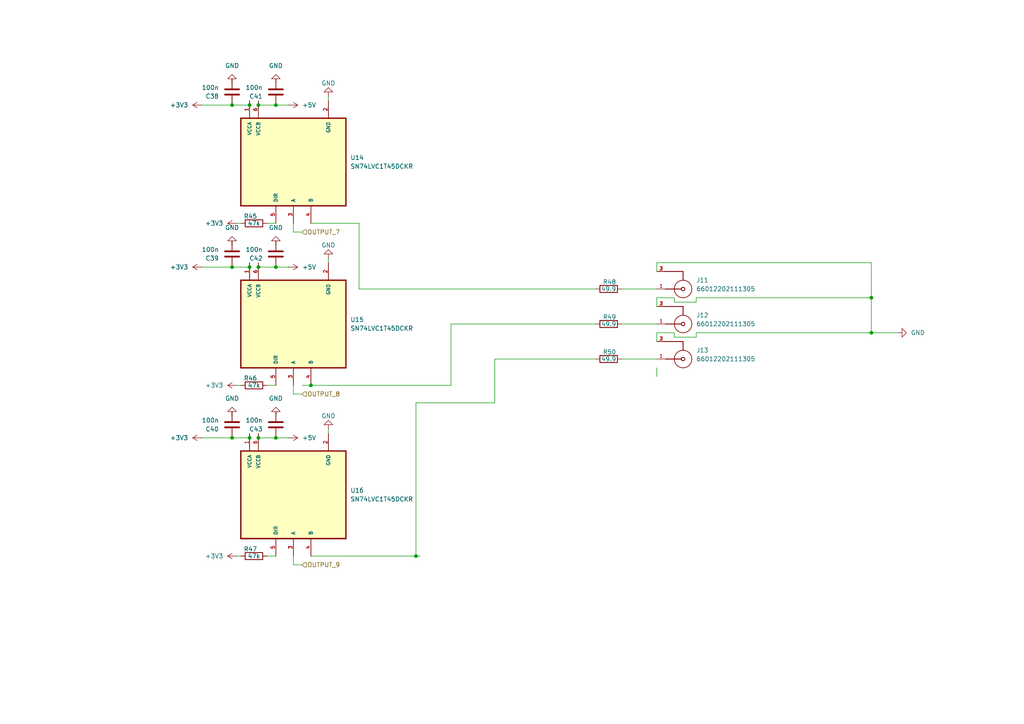
<source format=kicad_sch>
(kicad_sch (version 20250114) (generator "eeschema") (generator_version "9.0")
  (paper "A4")
  (title_block (title "OpenSync Output Ports 7 to 9") (date "2025-11-18") (rev "0.1") (company "OpenPIV Consortium"))
  (lib_symbols
    (symbol "66012202111305:66012202111305" (pin_names (offset 1.016))
      (property "Reference" "J" (at 0 3.54 0))
      (property "Value" "66012202111305" (at -5.08 -8.08 0))
      (symbol "66012202111305_0_0"
        (circle (center 0 0) (radius 0.5) (stroke (width 0.254)))
        (circle (center 0 0) (radius 2.54) (stroke (width 0.2)))
        (polyline (pts (xy 0 -2.54) (xy 0 -5.08)) (stroke (width 0.254)))
        (polyline (pts (xy 0 -5.08) (xy 5.08 -5.08)) (stroke (width 0.254)))
        (polyline (pts (xy 5.08 0) (xy 0.54 0)) (stroke (width 0.254)))
        (pin passive line (at 7.62 0 180) (length 2.54) (name "~") (number "1"))
        (pin passive line (at 7.62 -5.08 180) (length 2.54) (name "~") (number "2"))
        (pin passive line (at 7.62 -5.08 180) (length 2.54) (name "~") (number "3"))
      )
    )
    (symbol "Device:C" (pin_numbers (hide yes)) (pin_names (offset 0.254))
      (property "Reference" "C" (at 0.635 2.54 0))
      (property "Value" "C" (at 0.635 -2.54 0))
      (symbol "C_0_1"
        (polyline (pts (xy -2.032 0.762) (xy 2.032 0.762)) (stroke (width 0.508)))
        (polyline (pts (xy -2.032 -0.762) (xy 2.032 -0.762)) (stroke (width 0.508)))
      )
      (symbol "C_1_1"
        (pin passive line (at 0 3.81 270) (length 2.794) (name "~") (number "1"))
        (pin passive line (at 0 -3.81 90) (length 2.794) (name "~") (number "2"))
      )
    )
    (symbol "Device:R" (pin_numbers (hide yes)) (pin_names (offset 0))
      (property "Reference" "R" (at 2.032 0 90))
      (property "Value" "R" (at 0 0 90))
      (symbol "R_0_1"
        (rectangle (start -1.016 -2.54) (end 1.016 2.54) (stroke (width 0.254)))
      )
      (symbol "R_1_1"
        (pin passive line (at 0 3.81 270) (length 1.27) (name "~") (number "1"))
        (pin passive line (at 0 -3.81 90) (length 1.27) (name "~") (number "2"))
      )
    )
    (symbol "SN74LVC1T45DCKR:SN74LVC1T45DCKR" (pin_names (offset 1.016))
      (property "Reference" "U" (at -12.7 16.24 0))
      (property "Value" "SN74LVC1T45DCKR" (at -12.7 -19.24 0))
      (symbol "SN74LVC1T45DCKR_0_0"
        (rectangle (start -12.7 -15.24) (end 12.7 15.24) (stroke (width 0.41)) (fill (type background)))
        (pin input line (at -17.78 5.08 0) (length 5.08) (name "DIR") (number "5"))
        (pin bidirectional line (at -17.78 0 0) (length 5.08) (name "A") (number "3"))
        (pin bidirectional line (at -17.78 -5.08 0) (length 5.08) (name "B") (number "4"))
        (pin power_in line (at 17.78 12.7 180) (length 5.08) (name "VCCA") (number "1"))
        (pin power_in line (at 17.78 10.16 180) (length 5.08) (name "VCCB") (number "6"))
        (pin power_in line (at 17.78 -10.16 180) (length 5.08) (name "GND") (number "2"))
      )
    )
    (symbol "power:+3V3" (power) (pin_numbers (hide yes)) (pin_names (offset 0) (hide yes))
      (property "Value" "+3V3" (at 0 3.556 0))
      (symbol "+3V3_0_1"
        (polyline (pts (xy -0.762 1.27) (xy 0 2.54)))
        (polyline (pts (xy 0 2.54) (xy 0.762 1.27)))
        (polyline (pts (xy 0 0) (xy 0 2.54)))
      )
      (symbol "+3V3_1_1"
        (pin power_in line (at 0 0 90) (length 0) (name "~") (number "1"))
      )
    )
    (symbol "power:+5V" (power) (pin_numbers (hide yes)) (pin_names (offset 0) (hide yes))
      (property "Value" "+5V" (at 0 3.556 0))
      (symbol "+5V_0_1"
        (polyline (pts (xy -0.762 1.27) (xy 0 2.54)))
        (polyline (pts (xy 0 2.54) (xy 0.762 1.27)))
        (polyline (pts (xy 0 0) (xy 0 2.54)))
      )
      (symbol "+5V_1_1"
        (pin power_in line (at 0 0 90) (length 0) (name "~") (number "1"))
      )
    )
    (symbol "power:GND" (power) (pin_numbers (hide yes)) (pin_names (offset 0) (hide yes))
      (property "Value" "GND" (at 0 -3.81 0))
      (symbol "GND_0_1"
        (polyline (pts (xy 0 0) (xy 0 -1.27) (xy 1.27 -1.27) (xy 0 -2.54) (xy -1.27 -1.27) (xy 0 -1.27)))
      )
      (symbol "GND_1_1"
        (pin power_in line (at 0 0 270) (length 0) (name "~") (number "1"))
      )
    )
  )
  (junction (at 72.39 127))
  (junction (at 80.01 127))
  (junction (at 74.93 30.48))
  (junction (at 67.31 127))
  (junction (at 74.93 77.47))
  (junction (at 252.73 96.52))
  (junction (at 80.01 77.47))
  (junction (at 252.73 86.36))
  (junction (at 90.17 111.76))
  (junction (at 72.39 77.47))
  (junction (at 67.31 30.48))
  (junction (at 72.39 30.48))
  (junction (at 67.31 77.47))
  (junction (at 80.01 30.48))
  (junction (at 74.93 127))
  (junction (at 120.65 161.29))
  (wire (pts (xy 77.47 111.76) (xy 80.01 111.76)))
  (wire (pts (xy 190.5 99.06) (xy 190.5 96.52)))
  (wire (pts (xy 252.73 96.52) (xy 260.35 96.52)))
  (wire (pts (xy 195.58 86.36) (xy 195.58 87.63)))
  (wire (pts (xy 72.39 80.01) (xy 72.39 77.47)))
  (wire (pts (xy 74.93 77.47) (xy 74.93 76.2)))
  (wire (pts (xy 85.09 163.83) (xy 87.63 163.83)))
  (wire (pts (xy 74.93 77.47) (xy 80.01 77.47)))
  (wire (pts (xy 58.42 127) (xy 67.31 127)))
  (wire (pts (xy 80.01 120.65) (xy 80.01 119.38)))
  (wire (pts (xy 58.42 30.48) (xy 67.31 30.48)))
  (wire (pts (xy 130.81 93.98) (xy 172.72 93.98)))
  (wire (pts (xy 74.93 127) (xy 74.93 125.73)))
  (wire (pts (xy 72.39 129.54) (xy 72.39 127)))
  (wire (pts (xy 67.31 71.12) (xy 67.31 69.85)))
  (wire (pts (xy 120.65 161.29) (xy 121.92 161.29)))
  (wire (pts (xy 90.17 161.29) (xy 120.65 161.29)))
  (wire (pts (xy 67.31 127) (xy 72.39 127)))
  (wire (pts (xy 85.09 161.29) (xy 85.09 163.83)))
  (wire (pts (xy 80.01 24.13) (xy 80.01 22.86)))
  (wire (pts (xy 201.93 96.52) (xy 252.73 96.52)))
  (wire (pts (xy 67.31 30.48) (xy 72.39 30.48)))
  (wire (pts (xy 180.34 83.82) (xy 190.5 83.82)))
  (wire (pts (xy 74.93 80.01) (xy 74.93 77.47)))
  (wire (pts (xy 85.09 114.3) (xy 87.63 114.3)))
  (wire (pts (xy 80.01 127) (xy 83.82 127)))
  (wire (pts (xy 120.65 161.29) (xy 120.65 116.84)))
  (wire (pts (xy 68.58 111.76) (xy 69.85 111.76)))
  (wire (pts (xy 90.17 111.76) (xy 130.81 111.76)))
  (wire (pts (xy 201.93 87.63) (xy 201.93 86.36)))
  (wire (pts (xy 74.93 129.54) (xy 74.93 127)))
  (wire (pts (xy 67.31 77.47) (xy 72.39 77.47)))
  (wire (pts (xy 68.58 161.29) (xy 69.85 161.29)))
  (wire (pts (xy 72.39 33.02) (xy 72.39 30.48)))
  (wire (pts (xy 190.5 109.22) (xy 190.5 106.68)))
  (wire (pts (xy 130.81 111.76) (xy 130.81 93.98)))
  (wire (pts (xy 74.93 30.48) (xy 80.01 30.48)))
  (wire (pts (xy 190.5 86.36) (xy 195.58 86.36)))
  (wire (pts (xy 190.5 96.52) (xy 195.58 96.52)))
  (wire (pts (xy 104.14 64.77) (xy 90.17 64.77)))
  (wire (pts (xy 180.34 104.14) (xy 190.5 104.14)))
  (wire (pts (xy 190.5 88.9) (xy 190.5 86.36)))
  (wire (pts (xy 80.01 71.12) (xy 80.01 69.85)))
  (wire (pts (xy 195.58 97.79) (xy 201.93 97.79)))
  (wire (pts (xy 95.25 27.94) (xy 95.25 29.21)))
  (wire (pts (xy 58.42 77.47) (xy 67.31 77.47)))
  (wire (pts (xy 87.63 111.76) (xy 90.17 111.76)))
  (wire (pts (xy 180.34 93.98) (xy 190.5 93.98)))
  (wire (pts (xy 80.01 77.47) (xy 83.82 77.47)))
  (wire (pts (xy 143.51 104.14) (xy 172.72 104.14)))
  (wire (pts (xy 72.39 77.47) (xy 72.39 76.2)))
  (wire (pts (xy 252.73 76.2) (xy 252.73 86.36)))
  (wire (pts (xy 104.14 83.82) (xy 172.72 83.82)))
  (wire (pts (xy 74.93 33.02) (xy 74.93 30.48)))
  (wire (pts (xy 77.47 64.77) (xy 80.01 64.77)))
  (wire (pts (xy 85.09 111.76) (xy 85.09 114.3)))
  (wire (pts (xy 80.01 30.48) (xy 83.82 30.48)))
  (wire (pts (xy 72.39 30.48) (xy 72.39 29.21)))
  (wire (pts (xy 190.5 76.2) (xy 252.73 76.2)))
  (wire (pts (xy 195.58 96.52) (xy 195.58 97.79)))
  (wire (pts (xy 95.25 74.93) (xy 95.25 76.2)))
  (wire (pts (xy 104.14 64.77) (xy 104.14 83.82)))
  (wire (pts (xy 120.65 116.84) (xy 143.51 116.84)))
  (wire (pts (xy 68.58 64.77) (xy 69.85 64.77)))
  (wire (pts (xy 95.25 124.46) (xy 95.25 125.73)))
  (wire (pts (xy 195.58 87.63) (xy 201.93 87.63)))
  (wire (pts (xy 74.93 30.48) (xy 74.93 29.21)))
  (wire (pts (xy 201.93 86.36) (xy 252.73 86.36)))
  (wire (pts (xy 74.93 127) (xy 80.01 127)))
  (wire (pts (xy 252.73 86.36) (xy 252.73 96.52)))
  (wire (pts (xy 72.39 127) (xy 72.39 125.73)))
  (wire (pts (xy 143.51 104.14) (xy 143.51 116.84)))
  (wire (pts (xy 201.93 97.79) (xy 201.93 96.52)))
  (wire (pts (xy 85.09 67.31) (xy 87.63 67.31)))
  (wire (pts (xy 67.31 120.65) (xy 67.31 119.38)))
  (wire (pts (xy 190.5 78.74) (xy 190.5 76.2)))
  (wire (pts (xy 67.31 24.13) (xy 67.31 22.86)))
  (wire (pts (xy 85.09 64.77) (xy 85.09 67.31)))
  (wire (pts (xy 77.47 161.29) (xy 80.01 161.29)))
  (hierarchical_label "OUTPUT_7" (shape input) (at 87.63 67.31 0))
  (hierarchical_label "OUTPUT_8" (shape input) (at 87.63 114.3 0))
  (hierarchical_label "OUTPUT_9" (shape input) (at 87.63 163.83 0))
  (symbol (lib_id "power:+3V3") (at 68.58 111.76 90) (unit 1)
    (property "Reference" "#PWR0107" (effects (hide yes)))
    (property "Value" "+3V3" (at 64.77 111.7599 90) (effects (justify left)))
    (property "Description" "Power symbol creates a global label with name \"+3V3\"" (effects (hide yes)))
  )
  (symbol (lib_id "Device:C") (at 67.31 26.67 180) (unit 1)
    (property "Reference" "C38" (at 63.5 27.9401 0) (effects (justify left)))
    (property "Value" "100n" (at 63.5 25.4001 0) (effects (justify left)))
    (property "Footprint" "RP2350_80QFN_minimal:C_0402_1005Metric_small_pads" (effects (hide yes)))
    (property "Description" "Unpolarized capacitor" (effects (hide yes)))
  )
  (symbol (lib_id "power:+5V") (at 83.82 30.48 270) (unit 1)
    (property "Reference" "#PWR0112" (effects (hide yes)))
    (property "Value" "+5V" (at 87.63 30.4799 90) (effects (justify left)))
    (property "Description" "Power symbol creates a global label with name \"+5V\"" (effects (hide yes)))
  )
  (symbol (lib_id "Device:C") (at 67.31 73.66 180) (unit 1)
    (property "Reference" "C39" (at 63.5 74.9301 0) (effects (justify left)))
    (property "Value" "100n" (at 63.5 72.3901 0) (effects (justify left)))
    (property "Footprint" "RP2350_80QFN_minimal:C_0402_1005Metric_small_pads" (effects (hide yes)))
    (property "Description" "Unpolarized capacitor" (effects (hide yes)))
  )
  (symbol (lib_id "power:GND") (at 80.01 71.12 180) (unit 1)
    (property "Reference" "#PWR0109" (effects (hide yes)))
    (property "Value" "GND" (at 80.01 66.04 0))
    (property "Description" "Power symbol creates a global label with name \"GND\" , ground" (effects (hide yes)))
  )
  (symbol (lib_id "power:+3V3") (at 58.42 30.48 90) (unit 1)
    (property "Reference" "#PWR0100" (effects (hide yes)))
    (property "Value" "+3V3" (at 54.61 30.4799 90) (effects (justify left)))
    (property "Description" "Power symbol creates a global label with name \"+3V3\"" (effects (hide yes)))
  )
  (symbol (lib_id "Device:R") (at 73.66 161.29 90) (unit 1)
    (property "Reference" "R47" (at 72.644 159.258 90))
    (property "Value" "47k" (at 73.66 161.29 90))
    (property "Footprint" "Resistor_SMD:R_0402_1005Metric" (effects (hide yes)))
    (property "Description" "Resistor" (effects (hide yes)))
  )
  (symbol (lib_id "Device:R") (at 176.53 83.82 90) (unit 1)
    (property "Reference" "R48" (at 176.784 81.788 90))
    (property "Value" "49.9" (at 176.53 83.82 90))
    (property "Footprint" "Resistor_SMD:R_0402_1005Metric" (effects (hide yes)))
    (property "Description" "Resistor" (effects (hide yes)))
  )
  (symbol (lib_id "power:GND") (at 80.01 24.13 180) (unit 1)
    (property "Reference" "#PWR0110" (effects (hide yes)))
    (property "Value" "GND" (at 80.01 19.05 0))
    (property "Description" "Power symbol creates a global label with name \"GND\" , ground" (effects (hide yes)))
  )
  (symbol (lib_id "Device:C") (at 80.01 123.19 180) (unit 1)
    (property "Reference" "C43" (at 76.2 124.4601 0) (effects (justify left)))
    (property "Value" "100n" (at 76.2 121.9201 0) (effects (justify left)))
    (property "Footprint" "RP2350_80QFN_minimal:C_0402_1005Metric_small_pads" (effects (hide yes)))
    (property "Description" "Unpolarized capacitor" (effects (hide yes)))
  )
  (symbol (lib_id "power:+3V3") (at 68.58 64.77 90) (unit 1)
    (property "Reference" "#PWR0106" (effects (hide yes)))
    (property "Value" "+3V3" (at 64.77 64.7699 90) (effects (justify left)))
    (property "Description" "Power symbol creates a global label with name \"+3V3\"" (effects (hide yes)))
  )
  (symbol (lib_id "power:GND") (at 260.35 96.52 90) (unit 1)
    (property "Reference" "#PWR0118" (effects (hide yes)))
    (property "Value" "GND" (at 264.16 96.5199 90) (effects (justify right)))
    (property "Description" "Power symbol creates a global label with name \"GND\" , ground" (effects (hide yes)))
  )
  (symbol (lib_id "power:GND") (at 67.31 120.65 180) (unit 1)
    (property "Reference" "#PWR0105" (effects (hide yes)))
    (property "Value" "GND" (at 67.31 115.57 0))
    (property "Description" "Power symbol creates a global label with name \"GND\" , ground" (effects (hide yes)))
  )
  (symbol (lib_id "Device:R") (at 73.66 111.76 90) (unit 1)
    (property "Reference" "R46" (at 72.644 109.728 90))
    (property "Value" "47k" (at 73.66 111.76 90))
    (property "Footprint" "Resistor_SMD:R_0402_1005Metric" (effects (hide yes)))
    (property "Description" "Resistor" (effects (hide yes)))
  )
  (symbol (lib_id "66012202111305:66012202111305") (at 198.12 93.98 180) (unit 1)
    (property "Reference" "J12" (at 201.93 91.4264 0) (effects (justify right)))
    (property "Value" "66012202111305" (at 201.93 93.9664 0) (effects (justify right)))
    (property "Footprint" "66012202111305:66012202111305" (effects (hide yes)))
  )
  (symbol (lib_id "66012202111305:66012202111305") (at 198.12 104.14 180) (unit 1)
    (property "Reference" "J13" (at 201.93 101.5864 0) (effects (justify right)))
    (property "Value" "66012202111305" (at 201.93 104.1264 0) (effects (justify right)))
    (property "Footprint" "66012202111305:66012202111305" (effects (hide yes)))
  )
  (symbol (lib_id "Device:R") (at 176.53 104.14 90) (unit 1)
    (property "Reference" "R50" (at 176.784 102.108 90))
    (property "Value" "49.9" (at 176.53 104.14 90))
    (property "Footprint" "Resistor_SMD:R_0402_1005Metric" (effects (hide yes)))
    (property "Description" "Resistor" (effects (hide yes)))
  )
  (symbol (lib_id "power:+3V3") (at 58.42 127 90) (unit 1)
    (property "Reference" "#PWR0102" (effects (hide yes)))
    (property "Value" "+3V3" (at 54.61 126.9999 90) (effects (justify left)))
    (property "Description" "Power symbol creates a global label with name \"+3V3\"" (effects (hide yes)))
  )
  (symbol (lib_id "Device:R") (at 176.53 93.98 90) (unit 1)
    (property "Reference" "R49" (at 176.784 91.948 90))
    (property "Value" "49.9" (at 176.53 93.98 90))
    (property "Footprint" "Resistor_SMD:R_0402_1005Metric" (effects (hide yes)))
    (property "Description" "Resistor" (effects (hide yes)))
  )
  (symbol (lib_id "66012202111305:66012202111305") (at 198.12 83.82 180) (unit 1)
    (property "Reference" "J11" (at 201.93 81.2664 0) (effects (justify right)))
    (property "Value" "66012202111305" (at 201.93 83.8064 0) (effects (justify right)))
    (property "Footprint" "66012202111305:66012202111305" (effects (hide yes)))
  )
  (symbol (lib_id "power:GND") (at 80.01 120.65 180) (unit 1)
    (property "Reference" "#PWR0111" (effects (hide yes)))
    (property "Value" "GND" (at 80.01 115.57 0))
    (property "Description" "Power symbol creates a global label with name \"GND\" , ground" (effects (hide yes)))
  )
  (symbol (lib_id "Device:C") (at 80.01 26.67 180) (unit 1)
    (property "Reference" "C41" (at 76.2 27.9401 0) (effects (justify left)))
    (property "Value" "100n" (at 76.2 25.4001 0) (effects (justify left)))
    (property "Footprint" "RP2350_80QFN_minimal:C_0402_1005Metric_small_pads" (effects (hide yes)))
    (property "Description" "Unpolarized capacitor" (effects (hide yes)))
  )
  (symbol (lib_id "power:GND") (at 95.25 124.46 180) (unit 1)
    (property "Reference" "#PWR0117" (effects (hide yes)))
    (property "Value" "GND" (at 95.25 120.65 0))
    (property "Description" "Power symbol creates a global label with name \"GND\" , ground" (effects (hide yes)))
  )
  (symbol (lib_id "power:+3V3") (at 58.42 77.47 90) (unit 1)
    (property "Reference" "#PWR0101" (effects (hide yes)))
    (property "Value" "+3V3" (at 54.61 77.4699 90) (effects (justify left)))
    (property "Description" "Power symbol creates a global label with name \"+3V3\"" (effects (hide yes)))
  )
  (symbol (lib_id "power:GND") (at 67.31 24.13 180) (unit 1)
    (property "Reference" "#PWR0104" (effects (hide yes)))
    (property "Value" "GND" (at 67.31 19.05 0))
    (property "Description" "Power symbol creates a global label with name \"GND\" , ground" (effects (hide yes)))
  )
  (symbol (lib_id "power:GND") (at 95.25 27.94 180) (unit 1)
    (property "Reference" "#PWR0115" (effects (hide yes)))
    (property "Value" "GND" (at 95.25 24.13 0))
    (property "Description" "Power symbol creates a global label with name \"GND\" , ground" (effects (hide yes)))
  )
  (symbol (lib_id "power:GND") (at 95.25 74.93 180) (unit 1)
    (property "Reference" "#PWR0116" (effects (hide yes)))
    (property "Value" "GND" (at 95.25 71.12 0))
    (property "Description" "Power symbol creates a global label with name \"GND\" , ground" (effects (hide yes)))
  )
  (symbol (lib_id "power:+5V") (at 83.82 127 270) (unit 1)
    (property "Reference" "#PWR0114" (effects (hide yes)))
    (property "Value" "+5V" (at 87.63 126.9999 90) (effects (justify left)))
    (property "Description" "Power symbol creates a global label with name \"+5V\"" (effects (hide yes)))
  )
  (symbol (lib_id "power:+5V") (at 83.82 77.47 270) (unit 1)
    (property "Reference" "#PWR0113" (effects (hide yes)))
    (property "Value" "+5V" (at 87.63 77.4699 90) (effects (justify left)))
    (property "Description" "Power symbol creates a global label with name \"+5V\"" (effects (hide yes)))
  )
  (symbol (lib_id "power:+3V3") (at 68.58 161.29 90) (unit 1)
    (property "Reference" "#PWR0108" (effects (hide yes)))
    (property "Value" "+3V3" (at 64.77 161.2899 90) (effects (justify left)))
    (property "Description" "Power symbol creates a global label with name \"+3V3\"" (effects (hide yes)))
  )
  (symbol (lib_id "Device:C") (at 80.01 73.66 180) (unit 1)
    (property "Reference" "C42" (at 76.2 74.9301 0) (effects (justify left)))
    (property "Value" "100n" (at 76.2 72.3901 0) (effects (justify left)))
    (property "Footprint" "RP2350_80QFN_minimal:C_0402_1005Metric_small_pads" (effects (hide yes)))
    (property "Description" "Unpolarized capacitor" (effects (hide yes)))
  )
  (symbol (lib_id "power:GND") (at 67.31 71.12 180) (unit 1)
    (property "Reference" "#PWR0103" (effects (hide yes)))
    (property "Value" "GND" (at 67.31 66.04 0))
    (property "Description" "Power symbol creates a global label with name \"GND\" , ground" (effects (hide yes)))
  )
  (symbol (lib_id "SN74LVC1T45DCKR:SN74LVC1T45DCKR") (at 85.09 93.98 90) (unit 1)
    (property "Reference" "U15" (at 101.6 92.7099 90) (effects (justify right)))
    (property "Value" "SN74LVC1T45DCKR" (at 101.6 95.2499 90) (effects (justify right)))
    (property "Footprint" "SN74LVC1T45DCKR:SOT65P210X110-6N" (effects (hide yes)))
  )
  (symbol (lib_id "SN74LVC1T45DCKR:SN74LVC1T45DCKR") (at 85.09 46.99 90) (unit 1)
    (property "Reference" "U14" (at 101.6 45.7199 90) (effects (justify right)))
    (property "Value" "SN74LVC1T45DCKR" (at 101.6 48.2599 90) (effects (justify right)))
    (property "Footprint" "SN74LVC1T45DCKR:SOT65P210X110-6N" (effects (hide yes)))
  )
  (symbol (lib_id "SN74LVC1T45DCKR:SN74LVC1T45DCKR") (at 85.09 143.51 90) (unit 1)
    (property "Reference" "U16" (at 101.6 142.2399 90) (effects (justify right)))
    (property "Value" "SN74LVC1T45DCKR" (at 101.6 144.7799 90) (effects (justify right)))
    (property "Footprint" "SN74LVC1T45DCKR:SOT65P210X110-6N" (effects (hide yes)))
  )
  (symbol (lib_id "Device:C") (at 67.31 123.19 180) (unit 1)
    (property "Reference" "C40" (at 63.5 124.4601 0) (effects (justify left)))
    (property "Value" "100n" (at 63.5 121.9201 0) (effects (justify left)))
    (property "Footprint" "RP2350_80QFN_minimal:C_0402_1005Metric_small_pads" (effects (hide yes)))
    (property "Description" "Unpolarized capacitor" (effects (hide yes)))
  )
  (symbol (lib_id "Device:R") (at 73.66 64.77 90) (unit 1)
    (property "Reference" "R45" (at 72.644 62.738 90))
    (property "Value" "47k" (at 73.66 64.77 90))
    (property "Footprint" "Resistor_SMD:R_0402_1005Metric" (effects (hide yes)))
    (property "Description" "Resistor" (effects (hide yes)))
  )
)
</source>
